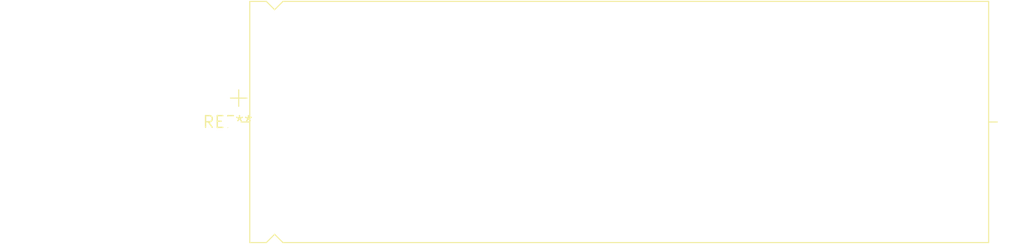
<source format=kicad_pcb>
(kicad_pcb (version 20240108) (generator pcbnew)
  (layers (0 "F.Cu" signal) (31 "B.Cu" signal) (34 "B.Paste" user) (35 "F.Paste" user) (36 "B.SilkS" user "B.Silkscreen") (37 "F.SilkS" user "F.Silkscreen") (38 "B.Mask" user) (39 "F.Mask" user) (44 "Edge.Cuts" user))
  (net 0 "")
  (footprint "CP_Axial_L80.0mm_D26.0mm_P85.00mm_Horizontal" (layer "F.Cu") (at 0 0)
    (property "Reference" "REF**")
    (property "Value" "CP_Axial_L80.0mm_D26.0mm_P85.00mm_Horizontal")
    (fp_line (start 0.28 -2.6) (end 2.08 -2.6) (layer "F.SilkS") (stroke (width 0.12)))
    (fp_line (start 1.18 -3.5) (end 1.18 -1.7) (layer "F.SilkS") (stroke (width 0.12)))
    (fp_line (start 1.44 0) (end 2.38 0) (layer "F.SilkS") (stroke (width 0.12)))
    (fp_line (start 2.38 -13.12) (end 2.38 13.12) (layer "F.SilkS") (stroke (width 0.12)))
    (fp_line (start 2.38 -13.12) (end 4.18 -13.12) (layer "F.SilkS") (stroke (width 0.12)))
    (fp_line (start 2.38 13.12) (end 4.18 13.12) (layer "F.SilkS") (stroke (width 0.12)))
    (fp_line (start 4.18 -13.12) (end 5.08 -12.22) (layer "F.SilkS") (stroke (width 0.12)))
    (fp_line (start 4.18 13.12) (end 5.08 12.22) (layer "F.SilkS") (stroke (width 0.12)))
    (fp_line (start 5.08 -12.22) (end 5.98 -13.12) (layer "F.SilkS") (stroke (width 0.12)))
    (fp_line (start 5.08 12.22) (end 5.98 13.12) (layer "F.SilkS") (stroke (width 0.12)))
    (fp_line (start 5.98 -13.12) (end 82.62 -13.12) (layer "F.SilkS") (stroke (width 0.12)))
    (fp_line (start 5.98 13.12) (end 82.62 13.12) (layer "F.SilkS") (stroke (width 0.12)))
    (fp_line (start 82.62 -13.12) (end 82.62 13.12) (layer "F.SilkS") (stroke (width 0.12)))
    (fp_line (start 83.56 0) (end 82.62 0) (layer "F.SilkS") (stroke (width 0.12)))
    (pad "1" thru_hole rect (at 0 0) (size 2.4 2.4) (drill 1.2) (layers *.Cu *.Mask) (remove_unused_layers))
    (pad "2" thru_hole oval (at 85 0) (size 2.4 2.4) (drill 1.2) (layers *.Cu *.Mask) (remove_unused_layers))
  )
)
</source>
